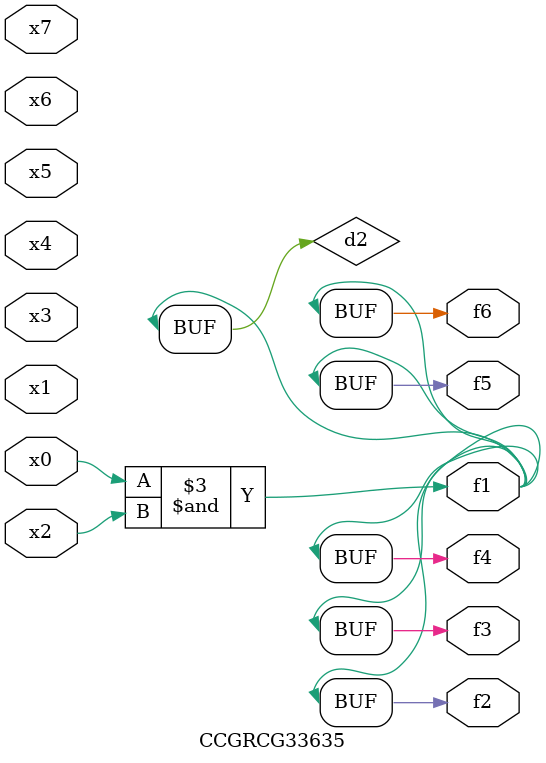
<source format=v>
module CCGRCG33635(
	input x0, x1, x2, x3, x4, x5, x6, x7,
	output f1, f2, f3, f4, f5, f6
);

	wire d1, d2;

	nor (d1, x3, x6);
	and (d2, x0, x2);
	assign f1 = d2;
	assign f2 = d2;
	assign f3 = d2;
	assign f4 = d2;
	assign f5 = d2;
	assign f6 = d2;
endmodule

</source>
